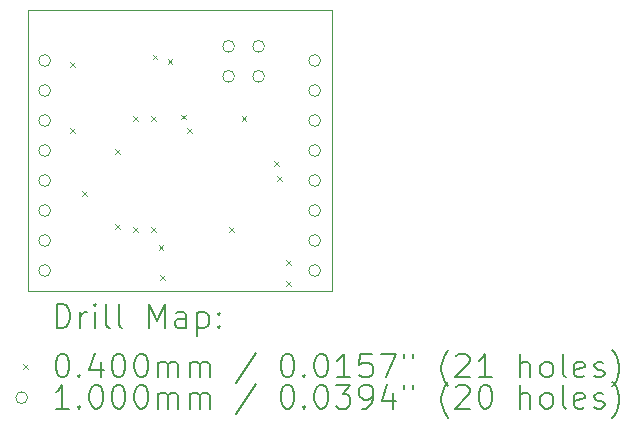
<source format=gbr>
%TF.GenerationSoftware,KiCad,Pcbnew,7.0.1*%
%TF.CreationDate,2023-10-25T21:17:47+02:00*%
%TF.ProjectId,canfd_breakout,63616e66-645f-4627-9265-616b6f75742e,rev?*%
%TF.SameCoordinates,Original*%
%TF.FileFunction,Drillmap*%
%TF.FilePolarity,Positive*%
%FSLAX45Y45*%
G04 Gerber Fmt 4.5, Leading zero omitted, Abs format (unit mm)*
G04 Created by KiCad (PCBNEW 7.0.1) date 2023-10-25 21:17:47*
%MOMM*%
%LPD*%
G01*
G04 APERTURE LIST*
%ADD10C,0.001000*%
%ADD11C,0.200000*%
%ADD12C,0.040000*%
%ADD13C,0.100000*%
G04 APERTURE END LIST*
D10*
X9855200Y-9575800D02*
X12433300Y-9575800D01*
X12433300Y-11950700D01*
X9855200Y-11950700D01*
X9855200Y-9575800D01*
D11*
D12*
X10216200Y-10013000D02*
X10256200Y-10053000D01*
X10256200Y-10013000D02*
X10216200Y-10053000D01*
X10216200Y-10571800D02*
X10256200Y-10611800D01*
X10256200Y-10571800D02*
X10216200Y-10611800D01*
X10317800Y-11105200D02*
X10357800Y-11145200D01*
X10357800Y-11105200D02*
X10317800Y-11145200D01*
X10597200Y-10749600D02*
X10637200Y-10789600D01*
X10637200Y-10749600D02*
X10597200Y-10789600D01*
X10597200Y-11384600D02*
X10637200Y-11424600D01*
X10637200Y-11384600D02*
X10597200Y-11424600D01*
X10749600Y-10470200D02*
X10789600Y-10510200D01*
X10789600Y-10470200D02*
X10749600Y-10510200D01*
X10749600Y-11410000D02*
X10789600Y-11450000D01*
X10789600Y-11410000D02*
X10749600Y-11450000D01*
X10902000Y-10470200D02*
X10942000Y-10510200D01*
X10942000Y-10470200D02*
X10902000Y-10510200D01*
X10902000Y-11410000D02*
X10942000Y-11450000D01*
X10942000Y-11410000D02*
X10902000Y-11450000D01*
X10914700Y-9949500D02*
X10954700Y-9989500D01*
X10954700Y-9949500D02*
X10914700Y-9989500D01*
X10965500Y-11562400D02*
X11005500Y-11602400D01*
X11005500Y-11562400D02*
X10965500Y-11602400D01*
X10978200Y-11816400D02*
X11018200Y-11856400D01*
X11018200Y-11816400D02*
X10978200Y-11856400D01*
X11041700Y-9987600D02*
X11081700Y-10027600D01*
X11081700Y-9987600D02*
X11041700Y-10027600D01*
X11156000Y-10457500D02*
X11196000Y-10497500D01*
X11196000Y-10457500D02*
X11156000Y-10497500D01*
X11206800Y-10571800D02*
X11246800Y-10611800D01*
X11246800Y-10571800D02*
X11206800Y-10611800D01*
X11562400Y-11410000D02*
X11602400Y-11450000D01*
X11602400Y-11410000D02*
X11562400Y-11450000D01*
X11667750Y-10470200D02*
X11707750Y-10510200D01*
X11707750Y-10470200D02*
X11667750Y-10510200D01*
X11943400Y-10851200D02*
X11983400Y-10891200D01*
X11983400Y-10851200D02*
X11943400Y-10891200D01*
X11968800Y-10978200D02*
X12008800Y-11018200D01*
X12008800Y-10978200D02*
X11968800Y-11018200D01*
X12045000Y-11689400D02*
X12085000Y-11729400D01*
X12085000Y-11689400D02*
X12045000Y-11729400D01*
X12045000Y-11867200D02*
X12085000Y-11907200D01*
X12085000Y-11867200D02*
X12045000Y-11907200D01*
D13*
X10050000Y-10000000D02*
G75*
G03*
X10050000Y-10000000I-50000J0D01*
G01*
X10050000Y-10254000D02*
G75*
G03*
X10050000Y-10254000I-50000J0D01*
G01*
X10050000Y-10508000D02*
G75*
G03*
X10050000Y-10508000I-50000J0D01*
G01*
X10050000Y-10762000D02*
G75*
G03*
X10050000Y-10762000I-50000J0D01*
G01*
X10050000Y-11016000D02*
G75*
G03*
X10050000Y-11016000I-50000J0D01*
G01*
X10050000Y-11270000D02*
G75*
G03*
X10050000Y-11270000I-50000J0D01*
G01*
X10050000Y-11524000D02*
G75*
G03*
X10050000Y-11524000I-50000J0D01*
G01*
X10050000Y-11778000D02*
G75*
G03*
X10050000Y-11778000I-50000J0D01*
G01*
X11607000Y-9880600D02*
G75*
G03*
X11607000Y-9880600I-50000J0D01*
G01*
X11607000Y-10134600D02*
G75*
G03*
X11607000Y-10134600I-50000J0D01*
G01*
X11861000Y-9880600D02*
G75*
G03*
X11861000Y-9880600I-50000J0D01*
G01*
X11861000Y-10134600D02*
G75*
G03*
X11861000Y-10134600I-50000J0D01*
G01*
X12336000Y-10000000D02*
G75*
G03*
X12336000Y-10000000I-50000J0D01*
G01*
X12336000Y-10254000D02*
G75*
G03*
X12336000Y-10254000I-50000J0D01*
G01*
X12336000Y-10508000D02*
G75*
G03*
X12336000Y-10508000I-50000J0D01*
G01*
X12336000Y-10762000D02*
G75*
G03*
X12336000Y-10762000I-50000J0D01*
G01*
X12336000Y-11016000D02*
G75*
G03*
X12336000Y-11016000I-50000J0D01*
G01*
X12336000Y-11270000D02*
G75*
G03*
X12336000Y-11270000I-50000J0D01*
G01*
X12336000Y-11524000D02*
G75*
G03*
X12336000Y-11524000I-50000J0D01*
G01*
X12336000Y-11778000D02*
G75*
G03*
X12336000Y-11778000I-50000J0D01*
G01*
D11*
X10102769Y-12263274D02*
X10102769Y-12063274D01*
X10102769Y-12063274D02*
X10150388Y-12063274D01*
X10150388Y-12063274D02*
X10178960Y-12072798D01*
X10178960Y-12072798D02*
X10198007Y-12091845D01*
X10198007Y-12091845D02*
X10207531Y-12110893D01*
X10207531Y-12110893D02*
X10217055Y-12148988D01*
X10217055Y-12148988D02*
X10217055Y-12177559D01*
X10217055Y-12177559D02*
X10207531Y-12215655D01*
X10207531Y-12215655D02*
X10198007Y-12234702D01*
X10198007Y-12234702D02*
X10178960Y-12253750D01*
X10178960Y-12253750D02*
X10150388Y-12263274D01*
X10150388Y-12263274D02*
X10102769Y-12263274D01*
X10302769Y-12263274D02*
X10302769Y-12129940D01*
X10302769Y-12168036D02*
X10312293Y-12148988D01*
X10312293Y-12148988D02*
X10321817Y-12139464D01*
X10321817Y-12139464D02*
X10340864Y-12129940D01*
X10340864Y-12129940D02*
X10359912Y-12129940D01*
X10426579Y-12263274D02*
X10426579Y-12129940D01*
X10426579Y-12063274D02*
X10417055Y-12072798D01*
X10417055Y-12072798D02*
X10426579Y-12082321D01*
X10426579Y-12082321D02*
X10436102Y-12072798D01*
X10436102Y-12072798D02*
X10426579Y-12063274D01*
X10426579Y-12063274D02*
X10426579Y-12082321D01*
X10550388Y-12263274D02*
X10531340Y-12253750D01*
X10531340Y-12253750D02*
X10521817Y-12234702D01*
X10521817Y-12234702D02*
X10521817Y-12063274D01*
X10655150Y-12263274D02*
X10636102Y-12253750D01*
X10636102Y-12253750D02*
X10626579Y-12234702D01*
X10626579Y-12234702D02*
X10626579Y-12063274D01*
X10883721Y-12263274D02*
X10883721Y-12063274D01*
X10883721Y-12063274D02*
X10950388Y-12206131D01*
X10950388Y-12206131D02*
X11017055Y-12063274D01*
X11017055Y-12063274D02*
X11017055Y-12263274D01*
X11198007Y-12263274D02*
X11198007Y-12158512D01*
X11198007Y-12158512D02*
X11188483Y-12139464D01*
X11188483Y-12139464D02*
X11169436Y-12129940D01*
X11169436Y-12129940D02*
X11131340Y-12129940D01*
X11131340Y-12129940D02*
X11112293Y-12139464D01*
X11198007Y-12253750D02*
X11178960Y-12263274D01*
X11178960Y-12263274D02*
X11131340Y-12263274D01*
X11131340Y-12263274D02*
X11112293Y-12253750D01*
X11112293Y-12253750D02*
X11102769Y-12234702D01*
X11102769Y-12234702D02*
X11102769Y-12215655D01*
X11102769Y-12215655D02*
X11112293Y-12196607D01*
X11112293Y-12196607D02*
X11131340Y-12187083D01*
X11131340Y-12187083D02*
X11178960Y-12187083D01*
X11178960Y-12187083D02*
X11198007Y-12177559D01*
X11293245Y-12129940D02*
X11293245Y-12329940D01*
X11293245Y-12139464D02*
X11312293Y-12129940D01*
X11312293Y-12129940D02*
X11350388Y-12129940D01*
X11350388Y-12129940D02*
X11369436Y-12139464D01*
X11369436Y-12139464D02*
X11378959Y-12148988D01*
X11378959Y-12148988D02*
X11388483Y-12168036D01*
X11388483Y-12168036D02*
X11388483Y-12225178D01*
X11388483Y-12225178D02*
X11378959Y-12244226D01*
X11378959Y-12244226D02*
X11369436Y-12253750D01*
X11369436Y-12253750D02*
X11350388Y-12263274D01*
X11350388Y-12263274D02*
X11312293Y-12263274D01*
X11312293Y-12263274D02*
X11293245Y-12253750D01*
X11474198Y-12244226D02*
X11483721Y-12253750D01*
X11483721Y-12253750D02*
X11474198Y-12263274D01*
X11474198Y-12263274D02*
X11464674Y-12253750D01*
X11464674Y-12253750D02*
X11474198Y-12244226D01*
X11474198Y-12244226D02*
X11474198Y-12263274D01*
X11474198Y-12139464D02*
X11483721Y-12148988D01*
X11483721Y-12148988D02*
X11474198Y-12158512D01*
X11474198Y-12158512D02*
X11464674Y-12148988D01*
X11464674Y-12148988D02*
X11474198Y-12139464D01*
X11474198Y-12139464D02*
X11474198Y-12158512D01*
D12*
X9815150Y-12570750D02*
X9855150Y-12610750D01*
X9855150Y-12570750D02*
X9815150Y-12610750D01*
D11*
X10140864Y-12483274D02*
X10159912Y-12483274D01*
X10159912Y-12483274D02*
X10178960Y-12492798D01*
X10178960Y-12492798D02*
X10188483Y-12502321D01*
X10188483Y-12502321D02*
X10198007Y-12521369D01*
X10198007Y-12521369D02*
X10207531Y-12559464D01*
X10207531Y-12559464D02*
X10207531Y-12607083D01*
X10207531Y-12607083D02*
X10198007Y-12645178D01*
X10198007Y-12645178D02*
X10188483Y-12664226D01*
X10188483Y-12664226D02*
X10178960Y-12673750D01*
X10178960Y-12673750D02*
X10159912Y-12683274D01*
X10159912Y-12683274D02*
X10140864Y-12683274D01*
X10140864Y-12683274D02*
X10121817Y-12673750D01*
X10121817Y-12673750D02*
X10112293Y-12664226D01*
X10112293Y-12664226D02*
X10102769Y-12645178D01*
X10102769Y-12645178D02*
X10093245Y-12607083D01*
X10093245Y-12607083D02*
X10093245Y-12559464D01*
X10093245Y-12559464D02*
X10102769Y-12521369D01*
X10102769Y-12521369D02*
X10112293Y-12502321D01*
X10112293Y-12502321D02*
X10121817Y-12492798D01*
X10121817Y-12492798D02*
X10140864Y-12483274D01*
X10293245Y-12664226D02*
X10302769Y-12673750D01*
X10302769Y-12673750D02*
X10293245Y-12683274D01*
X10293245Y-12683274D02*
X10283721Y-12673750D01*
X10283721Y-12673750D02*
X10293245Y-12664226D01*
X10293245Y-12664226D02*
X10293245Y-12683274D01*
X10474198Y-12549940D02*
X10474198Y-12683274D01*
X10426579Y-12473750D02*
X10378960Y-12616607D01*
X10378960Y-12616607D02*
X10502769Y-12616607D01*
X10617055Y-12483274D02*
X10636102Y-12483274D01*
X10636102Y-12483274D02*
X10655150Y-12492798D01*
X10655150Y-12492798D02*
X10664674Y-12502321D01*
X10664674Y-12502321D02*
X10674198Y-12521369D01*
X10674198Y-12521369D02*
X10683721Y-12559464D01*
X10683721Y-12559464D02*
X10683721Y-12607083D01*
X10683721Y-12607083D02*
X10674198Y-12645178D01*
X10674198Y-12645178D02*
X10664674Y-12664226D01*
X10664674Y-12664226D02*
X10655150Y-12673750D01*
X10655150Y-12673750D02*
X10636102Y-12683274D01*
X10636102Y-12683274D02*
X10617055Y-12683274D01*
X10617055Y-12683274D02*
X10598007Y-12673750D01*
X10598007Y-12673750D02*
X10588483Y-12664226D01*
X10588483Y-12664226D02*
X10578960Y-12645178D01*
X10578960Y-12645178D02*
X10569436Y-12607083D01*
X10569436Y-12607083D02*
X10569436Y-12559464D01*
X10569436Y-12559464D02*
X10578960Y-12521369D01*
X10578960Y-12521369D02*
X10588483Y-12502321D01*
X10588483Y-12502321D02*
X10598007Y-12492798D01*
X10598007Y-12492798D02*
X10617055Y-12483274D01*
X10807531Y-12483274D02*
X10826579Y-12483274D01*
X10826579Y-12483274D02*
X10845626Y-12492798D01*
X10845626Y-12492798D02*
X10855150Y-12502321D01*
X10855150Y-12502321D02*
X10864674Y-12521369D01*
X10864674Y-12521369D02*
X10874198Y-12559464D01*
X10874198Y-12559464D02*
X10874198Y-12607083D01*
X10874198Y-12607083D02*
X10864674Y-12645178D01*
X10864674Y-12645178D02*
X10855150Y-12664226D01*
X10855150Y-12664226D02*
X10845626Y-12673750D01*
X10845626Y-12673750D02*
X10826579Y-12683274D01*
X10826579Y-12683274D02*
X10807531Y-12683274D01*
X10807531Y-12683274D02*
X10788483Y-12673750D01*
X10788483Y-12673750D02*
X10778960Y-12664226D01*
X10778960Y-12664226D02*
X10769436Y-12645178D01*
X10769436Y-12645178D02*
X10759912Y-12607083D01*
X10759912Y-12607083D02*
X10759912Y-12559464D01*
X10759912Y-12559464D02*
X10769436Y-12521369D01*
X10769436Y-12521369D02*
X10778960Y-12502321D01*
X10778960Y-12502321D02*
X10788483Y-12492798D01*
X10788483Y-12492798D02*
X10807531Y-12483274D01*
X10959912Y-12683274D02*
X10959912Y-12549940D01*
X10959912Y-12568988D02*
X10969436Y-12559464D01*
X10969436Y-12559464D02*
X10988483Y-12549940D01*
X10988483Y-12549940D02*
X11017055Y-12549940D01*
X11017055Y-12549940D02*
X11036102Y-12559464D01*
X11036102Y-12559464D02*
X11045626Y-12578512D01*
X11045626Y-12578512D02*
X11045626Y-12683274D01*
X11045626Y-12578512D02*
X11055150Y-12559464D01*
X11055150Y-12559464D02*
X11074198Y-12549940D01*
X11074198Y-12549940D02*
X11102769Y-12549940D01*
X11102769Y-12549940D02*
X11121817Y-12559464D01*
X11121817Y-12559464D02*
X11131341Y-12578512D01*
X11131341Y-12578512D02*
X11131341Y-12683274D01*
X11226579Y-12683274D02*
X11226579Y-12549940D01*
X11226579Y-12568988D02*
X11236102Y-12559464D01*
X11236102Y-12559464D02*
X11255150Y-12549940D01*
X11255150Y-12549940D02*
X11283721Y-12549940D01*
X11283721Y-12549940D02*
X11302769Y-12559464D01*
X11302769Y-12559464D02*
X11312293Y-12578512D01*
X11312293Y-12578512D02*
X11312293Y-12683274D01*
X11312293Y-12578512D02*
X11321817Y-12559464D01*
X11321817Y-12559464D02*
X11340864Y-12549940D01*
X11340864Y-12549940D02*
X11369436Y-12549940D01*
X11369436Y-12549940D02*
X11388483Y-12559464D01*
X11388483Y-12559464D02*
X11398007Y-12578512D01*
X11398007Y-12578512D02*
X11398007Y-12683274D01*
X11788483Y-12473750D02*
X11617055Y-12730893D01*
X12045626Y-12483274D02*
X12064674Y-12483274D01*
X12064674Y-12483274D02*
X12083722Y-12492798D01*
X12083722Y-12492798D02*
X12093245Y-12502321D01*
X12093245Y-12502321D02*
X12102769Y-12521369D01*
X12102769Y-12521369D02*
X12112293Y-12559464D01*
X12112293Y-12559464D02*
X12112293Y-12607083D01*
X12112293Y-12607083D02*
X12102769Y-12645178D01*
X12102769Y-12645178D02*
X12093245Y-12664226D01*
X12093245Y-12664226D02*
X12083722Y-12673750D01*
X12083722Y-12673750D02*
X12064674Y-12683274D01*
X12064674Y-12683274D02*
X12045626Y-12683274D01*
X12045626Y-12683274D02*
X12026579Y-12673750D01*
X12026579Y-12673750D02*
X12017055Y-12664226D01*
X12017055Y-12664226D02*
X12007531Y-12645178D01*
X12007531Y-12645178D02*
X11998007Y-12607083D01*
X11998007Y-12607083D02*
X11998007Y-12559464D01*
X11998007Y-12559464D02*
X12007531Y-12521369D01*
X12007531Y-12521369D02*
X12017055Y-12502321D01*
X12017055Y-12502321D02*
X12026579Y-12492798D01*
X12026579Y-12492798D02*
X12045626Y-12483274D01*
X12198007Y-12664226D02*
X12207531Y-12673750D01*
X12207531Y-12673750D02*
X12198007Y-12683274D01*
X12198007Y-12683274D02*
X12188483Y-12673750D01*
X12188483Y-12673750D02*
X12198007Y-12664226D01*
X12198007Y-12664226D02*
X12198007Y-12683274D01*
X12331341Y-12483274D02*
X12350388Y-12483274D01*
X12350388Y-12483274D02*
X12369436Y-12492798D01*
X12369436Y-12492798D02*
X12378960Y-12502321D01*
X12378960Y-12502321D02*
X12388483Y-12521369D01*
X12388483Y-12521369D02*
X12398007Y-12559464D01*
X12398007Y-12559464D02*
X12398007Y-12607083D01*
X12398007Y-12607083D02*
X12388483Y-12645178D01*
X12388483Y-12645178D02*
X12378960Y-12664226D01*
X12378960Y-12664226D02*
X12369436Y-12673750D01*
X12369436Y-12673750D02*
X12350388Y-12683274D01*
X12350388Y-12683274D02*
X12331341Y-12683274D01*
X12331341Y-12683274D02*
X12312293Y-12673750D01*
X12312293Y-12673750D02*
X12302769Y-12664226D01*
X12302769Y-12664226D02*
X12293245Y-12645178D01*
X12293245Y-12645178D02*
X12283722Y-12607083D01*
X12283722Y-12607083D02*
X12283722Y-12559464D01*
X12283722Y-12559464D02*
X12293245Y-12521369D01*
X12293245Y-12521369D02*
X12302769Y-12502321D01*
X12302769Y-12502321D02*
X12312293Y-12492798D01*
X12312293Y-12492798D02*
X12331341Y-12483274D01*
X12588483Y-12683274D02*
X12474198Y-12683274D01*
X12531341Y-12683274D02*
X12531341Y-12483274D01*
X12531341Y-12483274D02*
X12512293Y-12511845D01*
X12512293Y-12511845D02*
X12493245Y-12530893D01*
X12493245Y-12530893D02*
X12474198Y-12540417D01*
X12769436Y-12483274D02*
X12674198Y-12483274D01*
X12674198Y-12483274D02*
X12664674Y-12578512D01*
X12664674Y-12578512D02*
X12674198Y-12568988D01*
X12674198Y-12568988D02*
X12693245Y-12559464D01*
X12693245Y-12559464D02*
X12740864Y-12559464D01*
X12740864Y-12559464D02*
X12759912Y-12568988D01*
X12759912Y-12568988D02*
X12769436Y-12578512D01*
X12769436Y-12578512D02*
X12778960Y-12597559D01*
X12778960Y-12597559D02*
X12778960Y-12645178D01*
X12778960Y-12645178D02*
X12769436Y-12664226D01*
X12769436Y-12664226D02*
X12759912Y-12673750D01*
X12759912Y-12673750D02*
X12740864Y-12683274D01*
X12740864Y-12683274D02*
X12693245Y-12683274D01*
X12693245Y-12683274D02*
X12674198Y-12673750D01*
X12674198Y-12673750D02*
X12664674Y-12664226D01*
X12845626Y-12483274D02*
X12978960Y-12483274D01*
X12978960Y-12483274D02*
X12893245Y-12683274D01*
X13045626Y-12483274D02*
X13045626Y-12521369D01*
X13121817Y-12483274D02*
X13121817Y-12521369D01*
X13417055Y-12759464D02*
X13407531Y-12749940D01*
X13407531Y-12749940D02*
X13388484Y-12721369D01*
X13388484Y-12721369D02*
X13378960Y-12702321D01*
X13378960Y-12702321D02*
X13369436Y-12673750D01*
X13369436Y-12673750D02*
X13359912Y-12626131D01*
X13359912Y-12626131D02*
X13359912Y-12588036D01*
X13359912Y-12588036D02*
X13369436Y-12540417D01*
X13369436Y-12540417D02*
X13378960Y-12511845D01*
X13378960Y-12511845D02*
X13388484Y-12492798D01*
X13388484Y-12492798D02*
X13407531Y-12464226D01*
X13407531Y-12464226D02*
X13417055Y-12454702D01*
X13483722Y-12502321D02*
X13493245Y-12492798D01*
X13493245Y-12492798D02*
X13512293Y-12483274D01*
X13512293Y-12483274D02*
X13559912Y-12483274D01*
X13559912Y-12483274D02*
X13578960Y-12492798D01*
X13578960Y-12492798D02*
X13588484Y-12502321D01*
X13588484Y-12502321D02*
X13598007Y-12521369D01*
X13598007Y-12521369D02*
X13598007Y-12540417D01*
X13598007Y-12540417D02*
X13588484Y-12568988D01*
X13588484Y-12568988D02*
X13474198Y-12683274D01*
X13474198Y-12683274D02*
X13598007Y-12683274D01*
X13788484Y-12683274D02*
X13674198Y-12683274D01*
X13731341Y-12683274D02*
X13731341Y-12483274D01*
X13731341Y-12483274D02*
X13712293Y-12511845D01*
X13712293Y-12511845D02*
X13693245Y-12530893D01*
X13693245Y-12530893D02*
X13674198Y-12540417D01*
X14026579Y-12683274D02*
X14026579Y-12483274D01*
X14112293Y-12683274D02*
X14112293Y-12578512D01*
X14112293Y-12578512D02*
X14102769Y-12559464D01*
X14102769Y-12559464D02*
X14083722Y-12549940D01*
X14083722Y-12549940D02*
X14055150Y-12549940D01*
X14055150Y-12549940D02*
X14036103Y-12559464D01*
X14036103Y-12559464D02*
X14026579Y-12568988D01*
X14236103Y-12683274D02*
X14217055Y-12673750D01*
X14217055Y-12673750D02*
X14207531Y-12664226D01*
X14207531Y-12664226D02*
X14198007Y-12645178D01*
X14198007Y-12645178D02*
X14198007Y-12588036D01*
X14198007Y-12588036D02*
X14207531Y-12568988D01*
X14207531Y-12568988D02*
X14217055Y-12559464D01*
X14217055Y-12559464D02*
X14236103Y-12549940D01*
X14236103Y-12549940D02*
X14264674Y-12549940D01*
X14264674Y-12549940D02*
X14283722Y-12559464D01*
X14283722Y-12559464D02*
X14293246Y-12568988D01*
X14293246Y-12568988D02*
X14302769Y-12588036D01*
X14302769Y-12588036D02*
X14302769Y-12645178D01*
X14302769Y-12645178D02*
X14293246Y-12664226D01*
X14293246Y-12664226D02*
X14283722Y-12673750D01*
X14283722Y-12673750D02*
X14264674Y-12683274D01*
X14264674Y-12683274D02*
X14236103Y-12683274D01*
X14417055Y-12683274D02*
X14398007Y-12673750D01*
X14398007Y-12673750D02*
X14388484Y-12654702D01*
X14388484Y-12654702D02*
X14388484Y-12483274D01*
X14569436Y-12673750D02*
X14550388Y-12683274D01*
X14550388Y-12683274D02*
X14512293Y-12683274D01*
X14512293Y-12683274D02*
X14493246Y-12673750D01*
X14493246Y-12673750D02*
X14483722Y-12654702D01*
X14483722Y-12654702D02*
X14483722Y-12578512D01*
X14483722Y-12578512D02*
X14493246Y-12559464D01*
X14493246Y-12559464D02*
X14512293Y-12549940D01*
X14512293Y-12549940D02*
X14550388Y-12549940D01*
X14550388Y-12549940D02*
X14569436Y-12559464D01*
X14569436Y-12559464D02*
X14578960Y-12578512D01*
X14578960Y-12578512D02*
X14578960Y-12597559D01*
X14578960Y-12597559D02*
X14483722Y-12616607D01*
X14655150Y-12673750D02*
X14674198Y-12683274D01*
X14674198Y-12683274D02*
X14712293Y-12683274D01*
X14712293Y-12683274D02*
X14731341Y-12673750D01*
X14731341Y-12673750D02*
X14740865Y-12654702D01*
X14740865Y-12654702D02*
X14740865Y-12645178D01*
X14740865Y-12645178D02*
X14731341Y-12626131D01*
X14731341Y-12626131D02*
X14712293Y-12616607D01*
X14712293Y-12616607D02*
X14683722Y-12616607D01*
X14683722Y-12616607D02*
X14664674Y-12607083D01*
X14664674Y-12607083D02*
X14655150Y-12588036D01*
X14655150Y-12588036D02*
X14655150Y-12578512D01*
X14655150Y-12578512D02*
X14664674Y-12559464D01*
X14664674Y-12559464D02*
X14683722Y-12549940D01*
X14683722Y-12549940D02*
X14712293Y-12549940D01*
X14712293Y-12549940D02*
X14731341Y-12559464D01*
X14807531Y-12759464D02*
X14817055Y-12749940D01*
X14817055Y-12749940D02*
X14836103Y-12721369D01*
X14836103Y-12721369D02*
X14845627Y-12702321D01*
X14845627Y-12702321D02*
X14855150Y-12673750D01*
X14855150Y-12673750D02*
X14864674Y-12626131D01*
X14864674Y-12626131D02*
X14864674Y-12588036D01*
X14864674Y-12588036D02*
X14855150Y-12540417D01*
X14855150Y-12540417D02*
X14845627Y-12511845D01*
X14845627Y-12511845D02*
X14836103Y-12492798D01*
X14836103Y-12492798D02*
X14817055Y-12464226D01*
X14817055Y-12464226D02*
X14807531Y-12454702D01*
D13*
X9855150Y-12854750D02*
G75*
G03*
X9855150Y-12854750I-50000J0D01*
G01*
D11*
X10207531Y-12947274D02*
X10093245Y-12947274D01*
X10150388Y-12947274D02*
X10150388Y-12747274D01*
X10150388Y-12747274D02*
X10131340Y-12775845D01*
X10131340Y-12775845D02*
X10112293Y-12794893D01*
X10112293Y-12794893D02*
X10093245Y-12804417D01*
X10293245Y-12928226D02*
X10302769Y-12937750D01*
X10302769Y-12937750D02*
X10293245Y-12947274D01*
X10293245Y-12947274D02*
X10283721Y-12937750D01*
X10283721Y-12937750D02*
X10293245Y-12928226D01*
X10293245Y-12928226D02*
X10293245Y-12947274D01*
X10426579Y-12747274D02*
X10445626Y-12747274D01*
X10445626Y-12747274D02*
X10464674Y-12756798D01*
X10464674Y-12756798D02*
X10474198Y-12766321D01*
X10474198Y-12766321D02*
X10483721Y-12785369D01*
X10483721Y-12785369D02*
X10493245Y-12823464D01*
X10493245Y-12823464D02*
X10493245Y-12871083D01*
X10493245Y-12871083D02*
X10483721Y-12909178D01*
X10483721Y-12909178D02*
X10474198Y-12928226D01*
X10474198Y-12928226D02*
X10464674Y-12937750D01*
X10464674Y-12937750D02*
X10445626Y-12947274D01*
X10445626Y-12947274D02*
X10426579Y-12947274D01*
X10426579Y-12947274D02*
X10407531Y-12937750D01*
X10407531Y-12937750D02*
X10398007Y-12928226D01*
X10398007Y-12928226D02*
X10388483Y-12909178D01*
X10388483Y-12909178D02*
X10378960Y-12871083D01*
X10378960Y-12871083D02*
X10378960Y-12823464D01*
X10378960Y-12823464D02*
X10388483Y-12785369D01*
X10388483Y-12785369D02*
X10398007Y-12766321D01*
X10398007Y-12766321D02*
X10407531Y-12756798D01*
X10407531Y-12756798D02*
X10426579Y-12747274D01*
X10617055Y-12747274D02*
X10636102Y-12747274D01*
X10636102Y-12747274D02*
X10655150Y-12756798D01*
X10655150Y-12756798D02*
X10664674Y-12766321D01*
X10664674Y-12766321D02*
X10674198Y-12785369D01*
X10674198Y-12785369D02*
X10683721Y-12823464D01*
X10683721Y-12823464D02*
X10683721Y-12871083D01*
X10683721Y-12871083D02*
X10674198Y-12909178D01*
X10674198Y-12909178D02*
X10664674Y-12928226D01*
X10664674Y-12928226D02*
X10655150Y-12937750D01*
X10655150Y-12937750D02*
X10636102Y-12947274D01*
X10636102Y-12947274D02*
X10617055Y-12947274D01*
X10617055Y-12947274D02*
X10598007Y-12937750D01*
X10598007Y-12937750D02*
X10588483Y-12928226D01*
X10588483Y-12928226D02*
X10578960Y-12909178D01*
X10578960Y-12909178D02*
X10569436Y-12871083D01*
X10569436Y-12871083D02*
X10569436Y-12823464D01*
X10569436Y-12823464D02*
X10578960Y-12785369D01*
X10578960Y-12785369D02*
X10588483Y-12766321D01*
X10588483Y-12766321D02*
X10598007Y-12756798D01*
X10598007Y-12756798D02*
X10617055Y-12747274D01*
X10807531Y-12747274D02*
X10826579Y-12747274D01*
X10826579Y-12747274D02*
X10845626Y-12756798D01*
X10845626Y-12756798D02*
X10855150Y-12766321D01*
X10855150Y-12766321D02*
X10864674Y-12785369D01*
X10864674Y-12785369D02*
X10874198Y-12823464D01*
X10874198Y-12823464D02*
X10874198Y-12871083D01*
X10874198Y-12871083D02*
X10864674Y-12909178D01*
X10864674Y-12909178D02*
X10855150Y-12928226D01*
X10855150Y-12928226D02*
X10845626Y-12937750D01*
X10845626Y-12937750D02*
X10826579Y-12947274D01*
X10826579Y-12947274D02*
X10807531Y-12947274D01*
X10807531Y-12947274D02*
X10788483Y-12937750D01*
X10788483Y-12937750D02*
X10778960Y-12928226D01*
X10778960Y-12928226D02*
X10769436Y-12909178D01*
X10769436Y-12909178D02*
X10759912Y-12871083D01*
X10759912Y-12871083D02*
X10759912Y-12823464D01*
X10759912Y-12823464D02*
X10769436Y-12785369D01*
X10769436Y-12785369D02*
X10778960Y-12766321D01*
X10778960Y-12766321D02*
X10788483Y-12756798D01*
X10788483Y-12756798D02*
X10807531Y-12747274D01*
X10959912Y-12947274D02*
X10959912Y-12813940D01*
X10959912Y-12832988D02*
X10969436Y-12823464D01*
X10969436Y-12823464D02*
X10988483Y-12813940D01*
X10988483Y-12813940D02*
X11017055Y-12813940D01*
X11017055Y-12813940D02*
X11036102Y-12823464D01*
X11036102Y-12823464D02*
X11045626Y-12842512D01*
X11045626Y-12842512D02*
X11045626Y-12947274D01*
X11045626Y-12842512D02*
X11055150Y-12823464D01*
X11055150Y-12823464D02*
X11074198Y-12813940D01*
X11074198Y-12813940D02*
X11102769Y-12813940D01*
X11102769Y-12813940D02*
X11121817Y-12823464D01*
X11121817Y-12823464D02*
X11131341Y-12842512D01*
X11131341Y-12842512D02*
X11131341Y-12947274D01*
X11226579Y-12947274D02*
X11226579Y-12813940D01*
X11226579Y-12832988D02*
X11236102Y-12823464D01*
X11236102Y-12823464D02*
X11255150Y-12813940D01*
X11255150Y-12813940D02*
X11283721Y-12813940D01*
X11283721Y-12813940D02*
X11302769Y-12823464D01*
X11302769Y-12823464D02*
X11312293Y-12842512D01*
X11312293Y-12842512D02*
X11312293Y-12947274D01*
X11312293Y-12842512D02*
X11321817Y-12823464D01*
X11321817Y-12823464D02*
X11340864Y-12813940D01*
X11340864Y-12813940D02*
X11369436Y-12813940D01*
X11369436Y-12813940D02*
X11388483Y-12823464D01*
X11388483Y-12823464D02*
X11398007Y-12842512D01*
X11398007Y-12842512D02*
X11398007Y-12947274D01*
X11788483Y-12737750D02*
X11617055Y-12994893D01*
X12045626Y-12747274D02*
X12064674Y-12747274D01*
X12064674Y-12747274D02*
X12083722Y-12756798D01*
X12083722Y-12756798D02*
X12093245Y-12766321D01*
X12093245Y-12766321D02*
X12102769Y-12785369D01*
X12102769Y-12785369D02*
X12112293Y-12823464D01*
X12112293Y-12823464D02*
X12112293Y-12871083D01*
X12112293Y-12871083D02*
X12102769Y-12909178D01*
X12102769Y-12909178D02*
X12093245Y-12928226D01*
X12093245Y-12928226D02*
X12083722Y-12937750D01*
X12083722Y-12937750D02*
X12064674Y-12947274D01*
X12064674Y-12947274D02*
X12045626Y-12947274D01*
X12045626Y-12947274D02*
X12026579Y-12937750D01*
X12026579Y-12937750D02*
X12017055Y-12928226D01*
X12017055Y-12928226D02*
X12007531Y-12909178D01*
X12007531Y-12909178D02*
X11998007Y-12871083D01*
X11998007Y-12871083D02*
X11998007Y-12823464D01*
X11998007Y-12823464D02*
X12007531Y-12785369D01*
X12007531Y-12785369D02*
X12017055Y-12766321D01*
X12017055Y-12766321D02*
X12026579Y-12756798D01*
X12026579Y-12756798D02*
X12045626Y-12747274D01*
X12198007Y-12928226D02*
X12207531Y-12937750D01*
X12207531Y-12937750D02*
X12198007Y-12947274D01*
X12198007Y-12947274D02*
X12188483Y-12937750D01*
X12188483Y-12937750D02*
X12198007Y-12928226D01*
X12198007Y-12928226D02*
X12198007Y-12947274D01*
X12331341Y-12747274D02*
X12350388Y-12747274D01*
X12350388Y-12747274D02*
X12369436Y-12756798D01*
X12369436Y-12756798D02*
X12378960Y-12766321D01*
X12378960Y-12766321D02*
X12388483Y-12785369D01*
X12388483Y-12785369D02*
X12398007Y-12823464D01*
X12398007Y-12823464D02*
X12398007Y-12871083D01*
X12398007Y-12871083D02*
X12388483Y-12909178D01*
X12388483Y-12909178D02*
X12378960Y-12928226D01*
X12378960Y-12928226D02*
X12369436Y-12937750D01*
X12369436Y-12937750D02*
X12350388Y-12947274D01*
X12350388Y-12947274D02*
X12331341Y-12947274D01*
X12331341Y-12947274D02*
X12312293Y-12937750D01*
X12312293Y-12937750D02*
X12302769Y-12928226D01*
X12302769Y-12928226D02*
X12293245Y-12909178D01*
X12293245Y-12909178D02*
X12283722Y-12871083D01*
X12283722Y-12871083D02*
X12283722Y-12823464D01*
X12283722Y-12823464D02*
X12293245Y-12785369D01*
X12293245Y-12785369D02*
X12302769Y-12766321D01*
X12302769Y-12766321D02*
X12312293Y-12756798D01*
X12312293Y-12756798D02*
X12331341Y-12747274D01*
X12464674Y-12747274D02*
X12588483Y-12747274D01*
X12588483Y-12747274D02*
X12521817Y-12823464D01*
X12521817Y-12823464D02*
X12550388Y-12823464D01*
X12550388Y-12823464D02*
X12569436Y-12832988D01*
X12569436Y-12832988D02*
X12578960Y-12842512D01*
X12578960Y-12842512D02*
X12588483Y-12861559D01*
X12588483Y-12861559D02*
X12588483Y-12909178D01*
X12588483Y-12909178D02*
X12578960Y-12928226D01*
X12578960Y-12928226D02*
X12569436Y-12937750D01*
X12569436Y-12937750D02*
X12550388Y-12947274D01*
X12550388Y-12947274D02*
X12493245Y-12947274D01*
X12493245Y-12947274D02*
X12474198Y-12937750D01*
X12474198Y-12937750D02*
X12464674Y-12928226D01*
X12683722Y-12947274D02*
X12721817Y-12947274D01*
X12721817Y-12947274D02*
X12740864Y-12937750D01*
X12740864Y-12937750D02*
X12750388Y-12928226D01*
X12750388Y-12928226D02*
X12769436Y-12899655D01*
X12769436Y-12899655D02*
X12778960Y-12861559D01*
X12778960Y-12861559D02*
X12778960Y-12785369D01*
X12778960Y-12785369D02*
X12769436Y-12766321D01*
X12769436Y-12766321D02*
X12759912Y-12756798D01*
X12759912Y-12756798D02*
X12740864Y-12747274D01*
X12740864Y-12747274D02*
X12702769Y-12747274D01*
X12702769Y-12747274D02*
X12683722Y-12756798D01*
X12683722Y-12756798D02*
X12674198Y-12766321D01*
X12674198Y-12766321D02*
X12664674Y-12785369D01*
X12664674Y-12785369D02*
X12664674Y-12832988D01*
X12664674Y-12832988D02*
X12674198Y-12852036D01*
X12674198Y-12852036D02*
X12683722Y-12861559D01*
X12683722Y-12861559D02*
X12702769Y-12871083D01*
X12702769Y-12871083D02*
X12740864Y-12871083D01*
X12740864Y-12871083D02*
X12759912Y-12861559D01*
X12759912Y-12861559D02*
X12769436Y-12852036D01*
X12769436Y-12852036D02*
X12778960Y-12832988D01*
X12950388Y-12813940D02*
X12950388Y-12947274D01*
X12902769Y-12737750D02*
X12855150Y-12880607D01*
X12855150Y-12880607D02*
X12978960Y-12880607D01*
X13045626Y-12747274D02*
X13045626Y-12785369D01*
X13121817Y-12747274D02*
X13121817Y-12785369D01*
X13417055Y-13023464D02*
X13407531Y-13013940D01*
X13407531Y-13013940D02*
X13388484Y-12985369D01*
X13388484Y-12985369D02*
X13378960Y-12966321D01*
X13378960Y-12966321D02*
X13369436Y-12937750D01*
X13369436Y-12937750D02*
X13359912Y-12890131D01*
X13359912Y-12890131D02*
X13359912Y-12852036D01*
X13359912Y-12852036D02*
X13369436Y-12804417D01*
X13369436Y-12804417D02*
X13378960Y-12775845D01*
X13378960Y-12775845D02*
X13388484Y-12756798D01*
X13388484Y-12756798D02*
X13407531Y-12728226D01*
X13407531Y-12728226D02*
X13417055Y-12718702D01*
X13483722Y-12766321D02*
X13493245Y-12756798D01*
X13493245Y-12756798D02*
X13512293Y-12747274D01*
X13512293Y-12747274D02*
X13559912Y-12747274D01*
X13559912Y-12747274D02*
X13578960Y-12756798D01*
X13578960Y-12756798D02*
X13588484Y-12766321D01*
X13588484Y-12766321D02*
X13598007Y-12785369D01*
X13598007Y-12785369D02*
X13598007Y-12804417D01*
X13598007Y-12804417D02*
X13588484Y-12832988D01*
X13588484Y-12832988D02*
X13474198Y-12947274D01*
X13474198Y-12947274D02*
X13598007Y-12947274D01*
X13721817Y-12747274D02*
X13740865Y-12747274D01*
X13740865Y-12747274D02*
X13759912Y-12756798D01*
X13759912Y-12756798D02*
X13769436Y-12766321D01*
X13769436Y-12766321D02*
X13778960Y-12785369D01*
X13778960Y-12785369D02*
X13788484Y-12823464D01*
X13788484Y-12823464D02*
X13788484Y-12871083D01*
X13788484Y-12871083D02*
X13778960Y-12909178D01*
X13778960Y-12909178D02*
X13769436Y-12928226D01*
X13769436Y-12928226D02*
X13759912Y-12937750D01*
X13759912Y-12937750D02*
X13740865Y-12947274D01*
X13740865Y-12947274D02*
X13721817Y-12947274D01*
X13721817Y-12947274D02*
X13702769Y-12937750D01*
X13702769Y-12937750D02*
X13693245Y-12928226D01*
X13693245Y-12928226D02*
X13683722Y-12909178D01*
X13683722Y-12909178D02*
X13674198Y-12871083D01*
X13674198Y-12871083D02*
X13674198Y-12823464D01*
X13674198Y-12823464D02*
X13683722Y-12785369D01*
X13683722Y-12785369D02*
X13693245Y-12766321D01*
X13693245Y-12766321D02*
X13702769Y-12756798D01*
X13702769Y-12756798D02*
X13721817Y-12747274D01*
X14026579Y-12947274D02*
X14026579Y-12747274D01*
X14112293Y-12947274D02*
X14112293Y-12842512D01*
X14112293Y-12842512D02*
X14102769Y-12823464D01*
X14102769Y-12823464D02*
X14083722Y-12813940D01*
X14083722Y-12813940D02*
X14055150Y-12813940D01*
X14055150Y-12813940D02*
X14036103Y-12823464D01*
X14036103Y-12823464D02*
X14026579Y-12832988D01*
X14236103Y-12947274D02*
X14217055Y-12937750D01*
X14217055Y-12937750D02*
X14207531Y-12928226D01*
X14207531Y-12928226D02*
X14198007Y-12909178D01*
X14198007Y-12909178D02*
X14198007Y-12852036D01*
X14198007Y-12852036D02*
X14207531Y-12832988D01*
X14207531Y-12832988D02*
X14217055Y-12823464D01*
X14217055Y-12823464D02*
X14236103Y-12813940D01*
X14236103Y-12813940D02*
X14264674Y-12813940D01*
X14264674Y-12813940D02*
X14283722Y-12823464D01*
X14283722Y-12823464D02*
X14293246Y-12832988D01*
X14293246Y-12832988D02*
X14302769Y-12852036D01*
X14302769Y-12852036D02*
X14302769Y-12909178D01*
X14302769Y-12909178D02*
X14293246Y-12928226D01*
X14293246Y-12928226D02*
X14283722Y-12937750D01*
X14283722Y-12937750D02*
X14264674Y-12947274D01*
X14264674Y-12947274D02*
X14236103Y-12947274D01*
X14417055Y-12947274D02*
X14398007Y-12937750D01*
X14398007Y-12937750D02*
X14388484Y-12918702D01*
X14388484Y-12918702D02*
X14388484Y-12747274D01*
X14569436Y-12937750D02*
X14550388Y-12947274D01*
X14550388Y-12947274D02*
X14512293Y-12947274D01*
X14512293Y-12947274D02*
X14493246Y-12937750D01*
X14493246Y-12937750D02*
X14483722Y-12918702D01*
X14483722Y-12918702D02*
X14483722Y-12842512D01*
X14483722Y-12842512D02*
X14493246Y-12823464D01*
X14493246Y-12823464D02*
X14512293Y-12813940D01*
X14512293Y-12813940D02*
X14550388Y-12813940D01*
X14550388Y-12813940D02*
X14569436Y-12823464D01*
X14569436Y-12823464D02*
X14578960Y-12842512D01*
X14578960Y-12842512D02*
X14578960Y-12861559D01*
X14578960Y-12861559D02*
X14483722Y-12880607D01*
X14655150Y-12937750D02*
X14674198Y-12947274D01*
X14674198Y-12947274D02*
X14712293Y-12947274D01*
X14712293Y-12947274D02*
X14731341Y-12937750D01*
X14731341Y-12937750D02*
X14740865Y-12918702D01*
X14740865Y-12918702D02*
X14740865Y-12909178D01*
X14740865Y-12909178D02*
X14731341Y-12890131D01*
X14731341Y-12890131D02*
X14712293Y-12880607D01*
X14712293Y-12880607D02*
X14683722Y-12880607D01*
X14683722Y-12880607D02*
X14664674Y-12871083D01*
X14664674Y-12871083D02*
X14655150Y-12852036D01*
X14655150Y-12852036D02*
X14655150Y-12842512D01*
X14655150Y-12842512D02*
X14664674Y-12823464D01*
X14664674Y-12823464D02*
X14683722Y-12813940D01*
X14683722Y-12813940D02*
X14712293Y-12813940D01*
X14712293Y-12813940D02*
X14731341Y-12823464D01*
X14807531Y-13023464D02*
X14817055Y-13013940D01*
X14817055Y-13013940D02*
X14836103Y-12985369D01*
X14836103Y-12985369D02*
X14845627Y-12966321D01*
X14845627Y-12966321D02*
X14855150Y-12937750D01*
X14855150Y-12937750D02*
X14864674Y-12890131D01*
X14864674Y-12890131D02*
X14864674Y-12852036D01*
X14864674Y-12852036D02*
X14855150Y-12804417D01*
X14855150Y-12804417D02*
X14845627Y-12775845D01*
X14845627Y-12775845D02*
X14836103Y-12756798D01*
X14836103Y-12756798D02*
X14817055Y-12728226D01*
X14817055Y-12728226D02*
X14807531Y-12718702D01*
M02*

</source>
